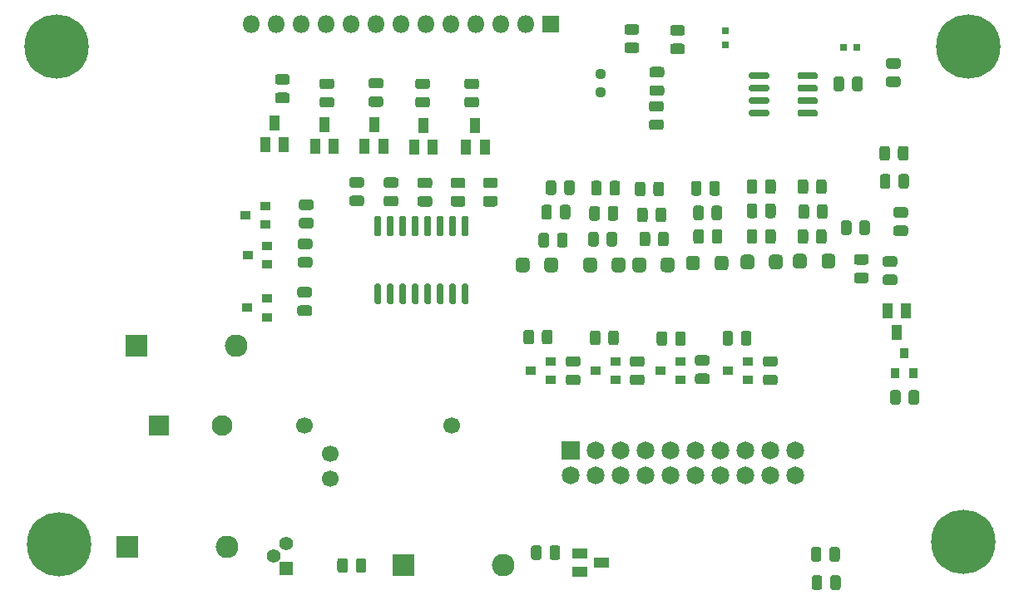
<source format=gbr>
G04 #@! TF.GenerationSoftware,KiCad,Pcbnew,(5.1.6-0-10_14)*
G04 #@! TF.CreationDate,2020-09-03T17:39:19-04:00*
G04 #@! TF.ProjectId,Pufferfish-Interface-2,50756666-6572-4666-9973-682d496e7465,rev?*
G04 #@! TF.SameCoordinates,Original*
G04 #@! TF.FileFunction,Soldermask,Top*
G04 #@! TF.FilePolarity,Negative*
%FSLAX46Y46*%
G04 Gerber Fmt 4.6, Leading zero omitted, Abs format (unit mm)*
G04 Created by KiCad (PCBNEW (5.1.6-0-10_14)) date 2020-09-03 17:39:19*
%MOMM*%
%LPD*%
G01*
G04 APERTURE LIST*
%ADD10R,0.900000X1.000000*%
%ADD11R,1.100000X1.500000*%
%ADD12C,6.553200*%
%ADD13O,1.800000X1.800000*%
%ADD14R,1.800000X1.800000*%
%ADD15O,2.300000X2.300000*%
%ADD16R,2.300000X2.300000*%
%ADD17R,2.100000X2.100000*%
%ADD18C,2.100000*%
%ADD19C,1.110000*%
%ADD20R,1.400000X1.400000*%
%ADD21C,1.400000*%
%ADD22R,0.700000X0.800000*%
%ADD23R,0.800000X0.700000*%
%ADD24C,1.825000*%
%ADD25R,1.825000X1.825000*%
%ADD26R,1.500000X1.100000*%
%ADD27R,1.000000X0.900000*%
%ADD28C,1.700000*%
G04 APERTURE END LIST*
G36*
G01*
X69962500Y-36981250D02*
X69962500Y-36018750D01*
G75*
G02*
X70231250Y-35750000I268750J0D01*
G01*
X70768750Y-35750000D01*
G75*
G02*
X71037500Y-36018750I0J-268750D01*
G01*
X71037500Y-36981250D01*
G75*
G02*
X70768750Y-37250000I-268750J0D01*
G01*
X70231250Y-37250000D01*
G75*
G02*
X69962500Y-36981250I0J268750D01*
G01*
G37*
G36*
G01*
X68087500Y-36981250D02*
X68087500Y-36018750D01*
G75*
G02*
X68356250Y-35750000I268750J0D01*
G01*
X68893750Y-35750000D01*
G75*
G02*
X69162500Y-36018750I0J-268750D01*
G01*
X69162500Y-36981250D01*
G75*
G02*
X68893750Y-37250000I-268750J0D01*
G01*
X68356250Y-37250000D01*
G75*
G02*
X68087500Y-36981250I0J268750D01*
G01*
G37*
D10*
X69500000Y-32000000D03*
X70450000Y-34000000D03*
X68550000Y-34000000D03*
D11*
X68750000Y-29850000D03*
X67800000Y-27650000D03*
X69700000Y-27650000D03*
D12*
X75500000Y-51250000D03*
X76000000Y-750000D03*
X-16500000Y-51500000D03*
X-16750000Y-750000D03*
D13*
X3020000Y1500000D03*
X5560000Y1500000D03*
X8100000Y1500000D03*
X10640000Y1500000D03*
X13180000Y1500000D03*
X15720000Y1500000D03*
X18260000Y1500000D03*
X20800000Y1500000D03*
X23340000Y1500000D03*
X25880000Y1500000D03*
X28420000Y1500000D03*
X30960000Y1500000D03*
D14*
X33500000Y1500000D03*
D15*
X645380Y-51745980D03*
D16*
X-9514620Y-51745980D03*
G36*
G01*
X36850000Y-23400000D02*
X36850000Y-22600000D01*
G75*
G02*
X37200000Y-22250000I350000J0D01*
G01*
X37900000Y-22250000D01*
G75*
G02*
X38250000Y-22600000I0J-350000D01*
G01*
X38250000Y-23400000D01*
G75*
G02*
X37900000Y-23750000I-350000J0D01*
G01*
X37200000Y-23750000D01*
G75*
G02*
X36850000Y-23400000I0J350000D01*
G01*
G37*
G36*
G01*
X39750000Y-23400000D02*
X39750000Y-22600000D01*
G75*
G02*
X40100000Y-22250000I350000J0D01*
G01*
X40800000Y-22250000D01*
G75*
G02*
X41150000Y-22600000I0J-350000D01*
G01*
X41150000Y-23400000D01*
G75*
G02*
X40800000Y-23750000I-350000J0D01*
G01*
X40100000Y-23750000D01*
G75*
G02*
X39750000Y-23400000I0J350000D01*
G01*
G37*
G36*
G01*
X39230000Y-20871250D02*
X39230000Y-19908750D01*
G75*
G02*
X39498750Y-19640000I268750J0D01*
G01*
X40036250Y-19640000D01*
G75*
G02*
X40305000Y-19908750I0J-268750D01*
G01*
X40305000Y-20871250D01*
G75*
G02*
X40036250Y-21140000I-268750J0D01*
G01*
X39498750Y-21140000D01*
G75*
G02*
X39230000Y-20871250I0J268750D01*
G01*
G37*
G36*
G01*
X37355000Y-20871250D02*
X37355000Y-19908750D01*
G75*
G02*
X37623750Y-19640000I268750J0D01*
G01*
X38161250Y-19640000D01*
G75*
G02*
X38430000Y-19908750I0J-268750D01*
G01*
X38430000Y-20871250D01*
G75*
G02*
X38161250Y-21140000I-268750J0D01*
G01*
X37623750Y-21140000D01*
G75*
G02*
X37355000Y-20871250I0J268750D01*
G01*
G37*
G36*
G01*
X38550000Y-17278750D02*
X38550000Y-18241250D01*
G75*
G02*
X38281250Y-18510000I-268750J0D01*
G01*
X37743750Y-18510000D01*
G75*
G02*
X37475000Y-18241250I0J268750D01*
G01*
X37475000Y-17278750D01*
G75*
G02*
X37743750Y-17010000I268750J0D01*
G01*
X38281250Y-17010000D01*
G75*
G02*
X38550000Y-17278750I0J-268750D01*
G01*
G37*
G36*
G01*
X40425000Y-17278750D02*
X40425000Y-18241250D01*
G75*
G02*
X40156250Y-18510000I-268750J0D01*
G01*
X39618750Y-18510000D01*
G75*
G02*
X39350000Y-18241250I0J268750D01*
G01*
X39350000Y-17278750D01*
G75*
G02*
X39618750Y-17010000I268750J0D01*
G01*
X40156250Y-17010000D01*
G75*
G02*
X40425000Y-17278750I0J-268750D01*
G01*
G37*
G36*
G01*
X39528700Y-15665370D02*
X39528700Y-14702870D01*
G75*
G02*
X39797450Y-14434120I268750J0D01*
G01*
X40334950Y-14434120D01*
G75*
G02*
X40603700Y-14702870I0J-268750D01*
G01*
X40603700Y-15665370D01*
G75*
G02*
X40334950Y-15934120I-268750J0D01*
G01*
X39797450Y-15934120D01*
G75*
G02*
X39528700Y-15665370I0J268750D01*
G01*
G37*
G36*
G01*
X37653700Y-15665370D02*
X37653700Y-14702870D01*
G75*
G02*
X37922450Y-14434120I268750J0D01*
G01*
X38459950Y-14434120D01*
G75*
G02*
X38728700Y-14702870I0J-268750D01*
G01*
X38728700Y-15665370D01*
G75*
G02*
X38459950Y-15934120I-268750J0D01*
G01*
X37922450Y-15934120D01*
G75*
G02*
X37653700Y-15665370I0J268750D01*
G01*
G37*
G36*
G01*
X16110960Y-20071780D02*
X15760960Y-20071780D01*
G75*
G02*
X15585960Y-19896780I0J175000D01*
G01*
X15585960Y-18171780D01*
G75*
G02*
X15760960Y-17996780I175000J0D01*
G01*
X16110960Y-17996780D01*
G75*
G02*
X16285960Y-18171780I0J-175000D01*
G01*
X16285960Y-19896780D01*
G75*
G02*
X16110960Y-20071780I-175000J0D01*
G01*
G37*
G36*
G01*
X17380960Y-20071780D02*
X17030960Y-20071780D01*
G75*
G02*
X16855960Y-19896780I0J175000D01*
G01*
X16855960Y-18171780D01*
G75*
G02*
X17030960Y-17996780I175000J0D01*
G01*
X17380960Y-17996780D01*
G75*
G02*
X17555960Y-18171780I0J-175000D01*
G01*
X17555960Y-19896780D01*
G75*
G02*
X17380960Y-20071780I-175000J0D01*
G01*
G37*
G36*
G01*
X18650960Y-20071780D02*
X18300960Y-20071780D01*
G75*
G02*
X18125960Y-19896780I0J175000D01*
G01*
X18125960Y-18171780D01*
G75*
G02*
X18300960Y-17996780I175000J0D01*
G01*
X18650960Y-17996780D01*
G75*
G02*
X18825960Y-18171780I0J-175000D01*
G01*
X18825960Y-19896780D01*
G75*
G02*
X18650960Y-20071780I-175000J0D01*
G01*
G37*
G36*
G01*
X19920960Y-20071780D02*
X19570960Y-20071780D01*
G75*
G02*
X19395960Y-19896780I0J175000D01*
G01*
X19395960Y-18171780D01*
G75*
G02*
X19570960Y-17996780I175000J0D01*
G01*
X19920960Y-17996780D01*
G75*
G02*
X20095960Y-18171780I0J-175000D01*
G01*
X20095960Y-19896780D01*
G75*
G02*
X19920960Y-20071780I-175000J0D01*
G01*
G37*
G36*
G01*
X21190960Y-20071780D02*
X20840960Y-20071780D01*
G75*
G02*
X20665960Y-19896780I0J175000D01*
G01*
X20665960Y-18171780D01*
G75*
G02*
X20840960Y-17996780I175000J0D01*
G01*
X21190960Y-17996780D01*
G75*
G02*
X21365960Y-18171780I0J-175000D01*
G01*
X21365960Y-19896780D01*
G75*
G02*
X21190960Y-20071780I-175000J0D01*
G01*
G37*
G36*
G01*
X22460960Y-20071780D02*
X22110960Y-20071780D01*
G75*
G02*
X21935960Y-19896780I0J175000D01*
G01*
X21935960Y-18171780D01*
G75*
G02*
X22110960Y-17996780I175000J0D01*
G01*
X22460960Y-17996780D01*
G75*
G02*
X22635960Y-18171780I0J-175000D01*
G01*
X22635960Y-19896780D01*
G75*
G02*
X22460960Y-20071780I-175000J0D01*
G01*
G37*
G36*
G01*
X23730960Y-20071780D02*
X23380960Y-20071780D01*
G75*
G02*
X23205960Y-19896780I0J175000D01*
G01*
X23205960Y-18171780D01*
G75*
G02*
X23380960Y-17996780I175000J0D01*
G01*
X23730960Y-17996780D01*
G75*
G02*
X23905960Y-18171780I0J-175000D01*
G01*
X23905960Y-19896780D01*
G75*
G02*
X23730960Y-20071780I-175000J0D01*
G01*
G37*
G36*
G01*
X25000960Y-20071780D02*
X24650960Y-20071780D01*
G75*
G02*
X24475960Y-19896780I0J175000D01*
G01*
X24475960Y-18171780D01*
G75*
G02*
X24650960Y-17996780I175000J0D01*
G01*
X25000960Y-17996780D01*
G75*
G02*
X25175960Y-18171780I0J-175000D01*
G01*
X25175960Y-19896780D01*
G75*
G02*
X25000960Y-20071780I-175000J0D01*
G01*
G37*
G36*
G01*
X25000960Y-26996780D02*
X24650960Y-26996780D01*
G75*
G02*
X24475960Y-26821780I0J175000D01*
G01*
X24475960Y-25096780D01*
G75*
G02*
X24650960Y-24921780I175000J0D01*
G01*
X25000960Y-24921780D01*
G75*
G02*
X25175960Y-25096780I0J-175000D01*
G01*
X25175960Y-26821780D01*
G75*
G02*
X25000960Y-26996780I-175000J0D01*
G01*
G37*
G36*
G01*
X23730960Y-26996780D02*
X23380960Y-26996780D01*
G75*
G02*
X23205960Y-26821780I0J175000D01*
G01*
X23205960Y-25096780D01*
G75*
G02*
X23380960Y-24921780I175000J0D01*
G01*
X23730960Y-24921780D01*
G75*
G02*
X23905960Y-25096780I0J-175000D01*
G01*
X23905960Y-26821780D01*
G75*
G02*
X23730960Y-26996780I-175000J0D01*
G01*
G37*
G36*
G01*
X22460960Y-26996780D02*
X22110960Y-26996780D01*
G75*
G02*
X21935960Y-26821780I0J175000D01*
G01*
X21935960Y-25096780D01*
G75*
G02*
X22110960Y-24921780I175000J0D01*
G01*
X22460960Y-24921780D01*
G75*
G02*
X22635960Y-25096780I0J-175000D01*
G01*
X22635960Y-26821780D01*
G75*
G02*
X22460960Y-26996780I-175000J0D01*
G01*
G37*
G36*
G01*
X21190960Y-26996780D02*
X20840960Y-26996780D01*
G75*
G02*
X20665960Y-26821780I0J175000D01*
G01*
X20665960Y-25096780D01*
G75*
G02*
X20840960Y-24921780I175000J0D01*
G01*
X21190960Y-24921780D01*
G75*
G02*
X21365960Y-25096780I0J-175000D01*
G01*
X21365960Y-26821780D01*
G75*
G02*
X21190960Y-26996780I-175000J0D01*
G01*
G37*
G36*
G01*
X19920960Y-26996780D02*
X19570960Y-26996780D01*
G75*
G02*
X19395960Y-26821780I0J175000D01*
G01*
X19395960Y-25096780D01*
G75*
G02*
X19570960Y-24921780I175000J0D01*
G01*
X19920960Y-24921780D01*
G75*
G02*
X20095960Y-25096780I0J-175000D01*
G01*
X20095960Y-26821780D01*
G75*
G02*
X19920960Y-26996780I-175000J0D01*
G01*
G37*
G36*
G01*
X18650960Y-26996780D02*
X18300960Y-26996780D01*
G75*
G02*
X18125960Y-26821780I0J175000D01*
G01*
X18125960Y-25096780D01*
G75*
G02*
X18300960Y-24921780I175000J0D01*
G01*
X18650960Y-24921780D01*
G75*
G02*
X18825960Y-25096780I0J-175000D01*
G01*
X18825960Y-26821780D01*
G75*
G02*
X18650960Y-26996780I-175000J0D01*
G01*
G37*
G36*
G01*
X17380960Y-26996780D02*
X17030960Y-26996780D01*
G75*
G02*
X16855960Y-26821780I0J175000D01*
G01*
X16855960Y-25096780D01*
G75*
G02*
X17030960Y-24921780I175000J0D01*
G01*
X17380960Y-24921780D01*
G75*
G02*
X17555960Y-25096780I0J-175000D01*
G01*
X17555960Y-26821780D01*
G75*
G02*
X17380960Y-26996780I-175000J0D01*
G01*
G37*
G36*
G01*
X16110960Y-26996780D02*
X15760960Y-26996780D01*
G75*
G02*
X15585960Y-26821780I0J175000D01*
G01*
X15585960Y-25096780D01*
G75*
G02*
X15760960Y-24921780I175000J0D01*
G01*
X16110960Y-24921780D01*
G75*
G02*
X16285960Y-25096780I0J-175000D01*
G01*
X16285960Y-26821780D01*
G75*
G02*
X16110960Y-26996780I-175000J0D01*
G01*
G37*
G36*
G01*
X33660000Y-17148750D02*
X33660000Y-18111250D01*
G75*
G02*
X33391250Y-18380000I-268750J0D01*
G01*
X32853750Y-18380000D01*
G75*
G02*
X32585000Y-18111250I0J268750D01*
G01*
X32585000Y-17148750D01*
G75*
G02*
X32853750Y-16880000I268750J0D01*
G01*
X33391250Y-16880000D01*
G75*
G02*
X33660000Y-17148750I0J-268750D01*
G01*
G37*
G36*
G01*
X35535000Y-17148750D02*
X35535000Y-18111250D01*
G75*
G02*
X35266250Y-18380000I-268750J0D01*
G01*
X34728750Y-18380000D01*
G75*
G02*
X34460000Y-18111250I0J268750D01*
G01*
X34460000Y-17148750D01*
G75*
G02*
X34728750Y-16880000I268750J0D01*
G01*
X35266250Y-16880000D01*
G75*
G02*
X35535000Y-17148750I0J-268750D01*
G01*
G37*
G36*
G01*
X34907500Y-15621250D02*
X34907500Y-14658750D01*
G75*
G02*
X35176250Y-14390000I268750J0D01*
G01*
X35713750Y-14390000D01*
G75*
G02*
X35982500Y-14658750I0J-268750D01*
G01*
X35982500Y-15621250D01*
G75*
G02*
X35713750Y-15890000I-268750J0D01*
G01*
X35176250Y-15890000D01*
G75*
G02*
X34907500Y-15621250I0J268750D01*
G01*
G37*
G36*
G01*
X33032500Y-15621250D02*
X33032500Y-14658750D01*
G75*
G02*
X33301250Y-14390000I268750J0D01*
G01*
X33838750Y-14390000D01*
G75*
G02*
X34107500Y-14658750I0J-268750D01*
G01*
X34107500Y-15621250D01*
G75*
G02*
X33838750Y-15890000I-268750J0D01*
G01*
X33301250Y-15890000D01*
G75*
G02*
X33032500Y-15621250I0J268750D01*
G01*
G37*
G36*
G01*
X67598750Y-23990000D02*
X68561250Y-23990000D01*
G75*
G02*
X68830000Y-24258750I0J-268750D01*
G01*
X68830000Y-24796250D01*
G75*
G02*
X68561250Y-25065000I-268750J0D01*
G01*
X67598750Y-25065000D01*
G75*
G02*
X67330000Y-24796250I0J268750D01*
G01*
X67330000Y-24258750D01*
G75*
G02*
X67598750Y-23990000I268750J0D01*
G01*
G37*
G36*
G01*
X67598750Y-22115000D02*
X68561250Y-22115000D01*
G75*
G02*
X68830000Y-22383750I0J-268750D01*
G01*
X68830000Y-22921250D01*
G75*
G02*
X68561250Y-23190000I-268750J0D01*
G01*
X67598750Y-23190000D01*
G75*
G02*
X67330000Y-22921250I0J268750D01*
G01*
X67330000Y-22383750D01*
G75*
G02*
X67598750Y-22115000I268750J0D01*
G01*
G37*
G36*
G01*
X5749370Y-5454360D02*
X6711870Y-5454360D01*
G75*
G02*
X6980620Y-5723110I0J-268750D01*
G01*
X6980620Y-6260610D01*
G75*
G02*
X6711870Y-6529360I-268750J0D01*
G01*
X5749370Y-6529360D01*
G75*
G02*
X5480620Y-6260610I0J268750D01*
G01*
X5480620Y-5723110D01*
G75*
G02*
X5749370Y-5454360I268750J0D01*
G01*
G37*
G36*
G01*
X5749370Y-3579360D02*
X6711870Y-3579360D01*
G75*
G02*
X6980620Y-3848110I0J-268750D01*
G01*
X6980620Y-4385610D01*
G75*
G02*
X6711870Y-4654360I-268750J0D01*
G01*
X5749370Y-4654360D01*
G75*
G02*
X5480620Y-4385610I0J268750D01*
G01*
X5480620Y-3848110D01*
G75*
G02*
X5749370Y-3579360I268750J0D01*
G01*
G37*
G36*
G01*
X29990000Y-23420000D02*
X29990000Y-22620000D01*
G75*
G02*
X30340000Y-22270000I350000J0D01*
G01*
X31040000Y-22270000D01*
G75*
G02*
X31390000Y-22620000I0J-350000D01*
G01*
X31390000Y-23420000D01*
G75*
G02*
X31040000Y-23770000I-350000J0D01*
G01*
X30340000Y-23770000D01*
G75*
G02*
X29990000Y-23420000I0J350000D01*
G01*
G37*
G36*
G01*
X32890000Y-23420000D02*
X32890000Y-22620000D01*
G75*
G02*
X33240000Y-22270000I350000J0D01*
G01*
X33940000Y-22270000D01*
G75*
G02*
X34290000Y-22620000I0J-350000D01*
G01*
X34290000Y-23420000D01*
G75*
G02*
X33940000Y-23770000I-350000J0D01*
G01*
X33240000Y-23770000D01*
G75*
G02*
X32890000Y-23420000I0J350000D01*
G01*
G37*
G36*
G01*
X34185480Y-20982750D02*
X34185480Y-20020250D01*
G75*
G02*
X34454230Y-19751500I268750J0D01*
G01*
X34991730Y-19751500D01*
G75*
G02*
X35260480Y-20020250I0J-268750D01*
G01*
X35260480Y-20982750D01*
G75*
G02*
X34991730Y-21251500I-268750J0D01*
G01*
X34454230Y-21251500D01*
G75*
G02*
X34185480Y-20982750I0J268750D01*
G01*
G37*
G36*
G01*
X32310480Y-20982750D02*
X32310480Y-20020250D01*
G75*
G02*
X32579230Y-19751500I268750J0D01*
G01*
X33116730Y-19751500D01*
G75*
G02*
X33385480Y-20020250I0J-268750D01*
G01*
X33385480Y-20982750D01*
G75*
G02*
X33116730Y-21251500I-268750J0D01*
G01*
X32579230Y-21251500D01*
G75*
G02*
X32310480Y-20982750I0J268750D01*
G01*
G37*
D17*
X-6370000Y-39370000D03*
D18*
X130000Y-39370000D03*
D19*
X38650000Y-3550000D03*
X38650000Y-5450000D03*
G36*
G01*
X58670000Y-3910000D02*
X58670000Y-3560000D01*
G75*
G02*
X58845000Y-3385000I175000J0D01*
G01*
X60545000Y-3385000D01*
G75*
G02*
X60720000Y-3560000I0J-175000D01*
G01*
X60720000Y-3910000D01*
G75*
G02*
X60545000Y-4085000I-175000J0D01*
G01*
X58845000Y-4085000D01*
G75*
G02*
X58670000Y-3910000I0J175000D01*
G01*
G37*
G36*
G01*
X58670000Y-5180000D02*
X58670000Y-4830000D01*
G75*
G02*
X58845000Y-4655000I175000J0D01*
G01*
X60545000Y-4655000D01*
G75*
G02*
X60720000Y-4830000I0J-175000D01*
G01*
X60720000Y-5180000D01*
G75*
G02*
X60545000Y-5355000I-175000J0D01*
G01*
X58845000Y-5355000D01*
G75*
G02*
X58670000Y-5180000I0J175000D01*
G01*
G37*
G36*
G01*
X58670000Y-6450000D02*
X58670000Y-6100000D01*
G75*
G02*
X58845000Y-5925000I175000J0D01*
G01*
X60545000Y-5925000D01*
G75*
G02*
X60720000Y-6100000I0J-175000D01*
G01*
X60720000Y-6450000D01*
G75*
G02*
X60545000Y-6625000I-175000J0D01*
G01*
X58845000Y-6625000D01*
G75*
G02*
X58670000Y-6450000I0J175000D01*
G01*
G37*
G36*
G01*
X58670000Y-7720000D02*
X58670000Y-7370000D01*
G75*
G02*
X58845000Y-7195000I175000J0D01*
G01*
X60545000Y-7195000D01*
G75*
G02*
X60720000Y-7370000I0J-175000D01*
G01*
X60720000Y-7720000D01*
G75*
G02*
X60545000Y-7895000I-175000J0D01*
G01*
X58845000Y-7895000D01*
G75*
G02*
X58670000Y-7720000I0J175000D01*
G01*
G37*
G36*
G01*
X53720000Y-7720000D02*
X53720000Y-7370000D01*
G75*
G02*
X53895000Y-7195000I175000J0D01*
G01*
X55595000Y-7195000D01*
G75*
G02*
X55770000Y-7370000I0J-175000D01*
G01*
X55770000Y-7720000D01*
G75*
G02*
X55595000Y-7895000I-175000J0D01*
G01*
X53895000Y-7895000D01*
G75*
G02*
X53720000Y-7720000I0J175000D01*
G01*
G37*
G36*
G01*
X53720000Y-6450000D02*
X53720000Y-6100000D01*
G75*
G02*
X53895000Y-5925000I175000J0D01*
G01*
X55595000Y-5925000D01*
G75*
G02*
X55770000Y-6100000I0J-175000D01*
G01*
X55770000Y-6450000D01*
G75*
G02*
X55595000Y-6625000I-175000J0D01*
G01*
X53895000Y-6625000D01*
G75*
G02*
X53720000Y-6450000I0J175000D01*
G01*
G37*
G36*
G01*
X53720000Y-5180000D02*
X53720000Y-4830000D01*
G75*
G02*
X53895000Y-4655000I175000J0D01*
G01*
X55595000Y-4655000D01*
G75*
G02*
X55770000Y-4830000I0J-175000D01*
G01*
X55770000Y-5180000D01*
G75*
G02*
X55595000Y-5355000I-175000J0D01*
G01*
X53895000Y-5355000D01*
G75*
G02*
X53720000Y-5180000I0J175000D01*
G01*
G37*
G36*
G01*
X53720000Y-3910000D02*
X53720000Y-3560000D01*
G75*
G02*
X53895000Y-3385000I175000J0D01*
G01*
X55595000Y-3385000D01*
G75*
G02*
X55770000Y-3560000I0J-175000D01*
G01*
X55770000Y-3910000D01*
G75*
G02*
X55595000Y-4085000I-175000J0D01*
G01*
X53895000Y-4085000D01*
G75*
G02*
X53720000Y-3910000I0J175000D01*
G01*
G37*
G36*
G01*
X13692500Y-54111250D02*
X13692500Y-53148750D01*
G75*
G02*
X13961250Y-52880000I268750J0D01*
G01*
X14498750Y-52880000D01*
G75*
G02*
X14767500Y-53148750I0J-268750D01*
G01*
X14767500Y-54111250D01*
G75*
G02*
X14498750Y-54380000I-268750J0D01*
G01*
X13961250Y-54380000D01*
G75*
G02*
X13692500Y-54111250I0J268750D01*
G01*
G37*
G36*
G01*
X11817500Y-54111250D02*
X11817500Y-53148750D01*
G75*
G02*
X12086250Y-52880000I268750J0D01*
G01*
X12623750Y-52880000D01*
G75*
G02*
X12892500Y-53148750I0J-268750D01*
G01*
X12892500Y-54111250D01*
G75*
G02*
X12623750Y-54380000I-268750J0D01*
G01*
X12086250Y-54380000D01*
G75*
G02*
X11817500Y-54111250I0J268750D01*
G01*
G37*
G36*
G01*
X8190310Y-18210720D02*
X9152810Y-18210720D01*
G75*
G02*
X9421560Y-18479470I0J-268750D01*
G01*
X9421560Y-19016970D01*
G75*
G02*
X9152810Y-19285720I-268750J0D01*
G01*
X8190310Y-19285720D01*
G75*
G02*
X7921560Y-19016970I0J268750D01*
G01*
X7921560Y-18479470D01*
G75*
G02*
X8190310Y-18210720I268750J0D01*
G01*
G37*
G36*
G01*
X8190310Y-16335720D02*
X9152810Y-16335720D01*
G75*
G02*
X9421560Y-16604470I0J-268750D01*
G01*
X9421560Y-17141970D01*
G75*
G02*
X9152810Y-17410720I-268750J0D01*
G01*
X8190310Y-17410720D01*
G75*
G02*
X7921560Y-17141970I0J268750D01*
G01*
X7921560Y-16604470D01*
G75*
G02*
X8190310Y-16335720I268750J0D01*
G01*
G37*
G36*
G01*
X16813610Y-15970200D02*
X17776110Y-15970200D01*
G75*
G02*
X18044860Y-16238950I0J-268750D01*
G01*
X18044860Y-16776450D01*
G75*
G02*
X17776110Y-17045200I-268750J0D01*
G01*
X16813610Y-17045200D01*
G75*
G02*
X16544860Y-16776450I0J268750D01*
G01*
X16544860Y-16238950D01*
G75*
G02*
X16813610Y-15970200I268750J0D01*
G01*
G37*
G36*
G01*
X16813610Y-14095200D02*
X17776110Y-14095200D01*
G75*
G02*
X18044860Y-14363950I0J-268750D01*
G01*
X18044860Y-14901450D01*
G75*
G02*
X17776110Y-15170200I-268750J0D01*
G01*
X16813610Y-15170200D01*
G75*
G02*
X16544860Y-14901450I0J268750D01*
G01*
X16544860Y-14363950D01*
G75*
G02*
X16813610Y-14095200I268750J0D01*
G01*
G37*
G36*
G01*
X8058230Y-22208440D02*
X9020730Y-22208440D01*
G75*
G02*
X9289480Y-22477190I0J-268750D01*
G01*
X9289480Y-23014690D01*
G75*
G02*
X9020730Y-23283440I-268750J0D01*
G01*
X8058230Y-23283440D01*
G75*
G02*
X7789480Y-23014690I0J268750D01*
G01*
X7789480Y-22477190D01*
G75*
G02*
X8058230Y-22208440I268750J0D01*
G01*
G37*
G36*
G01*
X8058230Y-20333440D02*
X9020730Y-20333440D01*
G75*
G02*
X9289480Y-20602190I0J-268750D01*
G01*
X9289480Y-21139690D01*
G75*
G02*
X9020730Y-21408440I-268750J0D01*
G01*
X8058230Y-21408440D01*
G75*
G02*
X7789480Y-21139690I0J268750D01*
G01*
X7789480Y-20602190D01*
G75*
G02*
X8058230Y-20333440I268750J0D01*
G01*
G37*
G36*
G01*
X23623350Y-15995600D02*
X24585850Y-15995600D01*
G75*
G02*
X24854600Y-16264350I0J-268750D01*
G01*
X24854600Y-16801850D01*
G75*
G02*
X24585850Y-17070600I-268750J0D01*
G01*
X23623350Y-17070600D01*
G75*
G02*
X23354600Y-16801850I0J268750D01*
G01*
X23354600Y-16264350D01*
G75*
G02*
X23623350Y-15995600I268750J0D01*
G01*
G37*
G36*
G01*
X23623350Y-14120600D02*
X24585850Y-14120600D01*
G75*
G02*
X24854600Y-14389350I0J-268750D01*
G01*
X24854600Y-14926850D01*
G75*
G02*
X24585850Y-15195600I-268750J0D01*
G01*
X23623350Y-15195600D01*
G75*
G02*
X23354600Y-14926850I0J268750D01*
G01*
X23354600Y-14389350D01*
G75*
G02*
X23623350Y-14120600I268750J0D01*
G01*
G37*
G36*
G01*
X61977500Y-55861250D02*
X61977500Y-54898750D01*
G75*
G02*
X62246250Y-54630000I268750J0D01*
G01*
X62783750Y-54630000D01*
G75*
G02*
X63052500Y-54898750I0J-268750D01*
G01*
X63052500Y-55861250D01*
G75*
G02*
X62783750Y-56130000I-268750J0D01*
G01*
X62246250Y-56130000D01*
G75*
G02*
X61977500Y-55861250I0J268750D01*
G01*
G37*
G36*
G01*
X60102500Y-55861250D02*
X60102500Y-54898750D01*
G75*
G02*
X60371250Y-54630000I268750J0D01*
G01*
X60908750Y-54630000D01*
G75*
G02*
X61177500Y-54898750I0J-268750D01*
G01*
X61177500Y-55861250D01*
G75*
G02*
X60908750Y-56130000I-268750J0D01*
G01*
X60371250Y-56130000D01*
G75*
G02*
X60102500Y-55861250I0J268750D01*
G01*
G37*
G36*
G01*
X61097500Y-52018750D02*
X61097500Y-52981250D01*
G75*
G02*
X60828750Y-53250000I-268750J0D01*
G01*
X60291250Y-53250000D01*
G75*
G02*
X60022500Y-52981250I0J268750D01*
G01*
X60022500Y-52018750D01*
G75*
G02*
X60291250Y-51750000I268750J0D01*
G01*
X60828750Y-51750000D01*
G75*
G02*
X61097500Y-52018750I0J-268750D01*
G01*
G37*
G36*
G01*
X62972500Y-52018750D02*
X62972500Y-52981250D01*
G75*
G02*
X62703750Y-53250000I-268750J0D01*
G01*
X62166250Y-53250000D01*
G75*
G02*
X61897500Y-52981250I0J268750D01*
G01*
X61897500Y-52018750D01*
G75*
G02*
X62166250Y-51750000I268750J0D01*
G01*
X62703750Y-51750000D01*
G75*
G02*
X62972500Y-52018750I0J-268750D01*
G01*
G37*
G36*
G01*
X68678750Y-19000000D02*
X69641250Y-19000000D01*
G75*
G02*
X69910000Y-19268750I0J-268750D01*
G01*
X69910000Y-19806250D01*
G75*
G02*
X69641250Y-20075000I-268750J0D01*
G01*
X68678750Y-20075000D01*
G75*
G02*
X68410000Y-19806250I0J268750D01*
G01*
X68410000Y-19268750D01*
G75*
G02*
X68678750Y-19000000I268750J0D01*
G01*
G37*
G36*
G01*
X68678750Y-17125000D02*
X69641250Y-17125000D01*
G75*
G02*
X69910000Y-17393750I0J-268750D01*
G01*
X69910000Y-17931250D01*
G75*
G02*
X69641250Y-18200000I-268750J0D01*
G01*
X68678750Y-18200000D01*
G75*
G02*
X68410000Y-17931250I0J268750D01*
G01*
X68410000Y-17393750D01*
G75*
G02*
X68678750Y-17125000I268750J0D01*
G01*
G37*
G36*
G01*
X68882500Y-12121250D02*
X68882500Y-11158750D01*
G75*
G02*
X69151250Y-10890000I268750J0D01*
G01*
X69688750Y-10890000D01*
G75*
G02*
X69957500Y-11158750I0J-268750D01*
G01*
X69957500Y-12121250D01*
G75*
G02*
X69688750Y-12390000I-268750J0D01*
G01*
X69151250Y-12390000D01*
G75*
G02*
X68882500Y-12121250I0J268750D01*
G01*
G37*
G36*
G01*
X67007500Y-12121250D02*
X67007500Y-11158750D01*
G75*
G02*
X67276250Y-10890000I268750J0D01*
G01*
X67813750Y-10890000D01*
G75*
G02*
X68082500Y-11158750I0J-268750D01*
G01*
X68082500Y-12121250D01*
G75*
G02*
X67813750Y-12390000I-268750J0D01*
G01*
X67276250Y-12390000D01*
G75*
G02*
X67007500Y-12121250I0J268750D01*
G01*
G37*
G36*
G01*
X64150000Y-18738750D02*
X64150000Y-19701250D01*
G75*
G02*
X63881250Y-19970000I-268750J0D01*
G01*
X63343750Y-19970000D01*
G75*
G02*
X63075000Y-19701250I0J268750D01*
G01*
X63075000Y-18738750D01*
G75*
G02*
X63343750Y-18470000I268750J0D01*
G01*
X63881250Y-18470000D01*
G75*
G02*
X64150000Y-18738750I0J-268750D01*
G01*
G37*
G36*
G01*
X66025000Y-18738750D02*
X66025000Y-19701250D01*
G75*
G02*
X65756250Y-19970000I-268750J0D01*
G01*
X65218750Y-19970000D01*
G75*
G02*
X64950000Y-19701250I0J268750D01*
G01*
X64950000Y-18738750D01*
G75*
G02*
X65218750Y-18470000I268750J0D01*
G01*
X65756250Y-18470000D01*
G75*
G02*
X66025000Y-18738750I0J-268750D01*
G01*
G37*
G36*
G01*
X65641250Y-22990000D02*
X64678750Y-22990000D01*
G75*
G02*
X64410000Y-22721250I0J268750D01*
G01*
X64410000Y-22183750D01*
G75*
G02*
X64678750Y-21915000I268750J0D01*
G01*
X65641250Y-21915000D01*
G75*
G02*
X65910000Y-22183750I0J-268750D01*
G01*
X65910000Y-22721250D01*
G75*
G02*
X65641250Y-22990000I-268750J0D01*
G01*
G37*
G36*
G01*
X65641250Y-24865000D02*
X64678750Y-24865000D01*
G75*
G02*
X64410000Y-24596250I0J268750D01*
G01*
X64410000Y-24058750D01*
G75*
G02*
X64678750Y-23790000I268750J0D01*
G01*
X65641250Y-23790000D01*
G75*
G02*
X65910000Y-24058750I0J-268750D01*
G01*
X65910000Y-24596250D01*
G75*
G02*
X65641250Y-24865000I-268750J0D01*
G01*
G37*
G36*
G01*
X46921250Y340000D02*
X45958750Y340000D01*
G75*
G02*
X45690000Y608750I0J268750D01*
G01*
X45690000Y1146250D01*
G75*
G02*
X45958750Y1415000I268750J0D01*
G01*
X46921250Y1415000D01*
G75*
G02*
X47190000Y1146250I0J-268750D01*
G01*
X47190000Y608750D01*
G75*
G02*
X46921250Y340000I-268750J0D01*
G01*
G37*
G36*
G01*
X46921250Y-1535000D02*
X45958750Y-1535000D01*
G75*
G02*
X45690000Y-1266250I0J268750D01*
G01*
X45690000Y-728750D01*
G75*
G02*
X45958750Y-460000I268750J0D01*
G01*
X46921250Y-460000D01*
G75*
G02*
X47190000Y-728750I0J-268750D01*
G01*
X47190000Y-1266250D01*
G75*
G02*
X46921250Y-1535000I-268750J0D01*
G01*
G37*
G36*
G01*
X44832430Y-3910000D02*
X43869930Y-3910000D01*
G75*
G02*
X43601180Y-3641250I0J268750D01*
G01*
X43601180Y-3103750D01*
G75*
G02*
X43869930Y-2835000I268750J0D01*
G01*
X44832430Y-2835000D01*
G75*
G02*
X45101180Y-3103750I0J-268750D01*
G01*
X45101180Y-3641250D01*
G75*
G02*
X44832430Y-3910000I-268750J0D01*
G01*
G37*
G36*
G01*
X44832430Y-5785000D02*
X43869930Y-5785000D01*
G75*
G02*
X43601180Y-5516250I0J268750D01*
G01*
X43601180Y-4978750D01*
G75*
G02*
X43869930Y-4710000I268750J0D01*
G01*
X44832430Y-4710000D01*
G75*
G02*
X45101180Y-4978750I0J-268750D01*
G01*
X45101180Y-5516250D01*
G75*
G02*
X44832430Y-5785000I-268750J0D01*
G01*
G37*
G36*
G01*
X64210000Y-5051250D02*
X64210000Y-4088750D01*
G75*
G02*
X64478750Y-3820000I268750J0D01*
G01*
X65016250Y-3820000D01*
G75*
G02*
X65285000Y-4088750I0J-268750D01*
G01*
X65285000Y-5051250D01*
G75*
G02*
X65016250Y-5320000I-268750J0D01*
G01*
X64478750Y-5320000D01*
G75*
G02*
X64210000Y-5051250I0J268750D01*
G01*
G37*
G36*
G01*
X62335000Y-5051250D02*
X62335000Y-4088750D01*
G75*
G02*
X62603750Y-3820000I268750J0D01*
G01*
X63141250Y-3820000D01*
G75*
G02*
X63410000Y-4088750I0J-268750D01*
G01*
X63410000Y-5051250D01*
G75*
G02*
X63141250Y-5320000I-268750J0D01*
G01*
X62603750Y-5320000D01*
G75*
G02*
X62335000Y-5051250I0J268750D01*
G01*
G37*
G36*
G01*
X13323650Y-15942260D02*
X14286150Y-15942260D01*
G75*
G02*
X14554900Y-16211010I0J-268750D01*
G01*
X14554900Y-16748510D01*
G75*
G02*
X14286150Y-17017260I-268750J0D01*
G01*
X13323650Y-17017260D01*
G75*
G02*
X13054900Y-16748510I0J268750D01*
G01*
X13054900Y-16211010D01*
G75*
G02*
X13323650Y-15942260I268750J0D01*
G01*
G37*
G36*
G01*
X13323650Y-14067260D02*
X14286150Y-14067260D01*
G75*
G02*
X14554900Y-14336010I0J-268750D01*
G01*
X14554900Y-14873510D01*
G75*
G02*
X14286150Y-15142260I-268750J0D01*
G01*
X13323650Y-15142260D01*
G75*
G02*
X13054900Y-14873510I0J268750D01*
G01*
X13054900Y-14336010D01*
G75*
G02*
X13323650Y-14067260I268750J0D01*
G01*
G37*
G36*
G01*
X8020130Y-27133260D02*
X8982630Y-27133260D01*
G75*
G02*
X9251380Y-27402010I0J-268750D01*
G01*
X9251380Y-27939510D01*
G75*
G02*
X8982630Y-28208260I-268750J0D01*
G01*
X8020130Y-28208260D01*
G75*
G02*
X7751380Y-27939510I0J268750D01*
G01*
X7751380Y-27402010D01*
G75*
G02*
X8020130Y-27133260I268750J0D01*
G01*
G37*
G36*
G01*
X8020130Y-25258260D02*
X8982630Y-25258260D01*
G75*
G02*
X9251380Y-25527010I0J-268750D01*
G01*
X9251380Y-26064510D01*
G75*
G02*
X8982630Y-26333260I-268750J0D01*
G01*
X8020130Y-26333260D01*
G75*
G02*
X7751380Y-26064510I0J268750D01*
G01*
X7751380Y-25527010D01*
G75*
G02*
X8020130Y-25258260I268750J0D01*
G01*
G37*
G36*
G01*
X20245150Y-15995600D02*
X21207650Y-15995600D01*
G75*
G02*
X21476400Y-16264350I0J-268750D01*
G01*
X21476400Y-16801850D01*
G75*
G02*
X21207650Y-17070600I-268750J0D01*
G01*
X20245150Y-17070600D01*
G75*
G02*
X19976400Y-16801850I0J268750D01*
G01*
X19976400Y-16264350D01*
G75*
G02*
X20245150Y-15995600I268750J0D01*
G01*
G37*
G36*
G01*
X20245150Y-14120600D02*
X21207650Y-14120600D01*
G75*
G02*
X21476400Y-14389350I0J-268750D01*
G01*
X21476400Y-14926850D01*
G75*
G02*
X21207650Y-15195600I-268750J0D01*
G01*
X20245150Y-15195600D01*
G75*
G02*
X19976400Y-14926850I0J268750D01*
G01*
X19976400Y-14389350D01*
G75*
G02*
X20245150Y-14120600I268750J0D01*
G01*
G37*
G36*
G01*
X26917730Y-15995600D02*
X27880230Y-15995600D01*
G75*
G02*
X28148980Y-16264350I0J-268750D01*
G01*
X28148980Y-16801850D01*
G75*
G02*
X27880230Y-17070600I-268750J0D01*
G01*
X26917730Y-17070600D01*
G75*
G02*
X26648980Y-16801850I0J268750D01*
G01*
X26648980Y-16264350D01*
G75*
G02*
X26917730Y-15995600I268750J0D01*
G01*
G37*
G36*
G01*
X26917730Y-14120600D02*
X27880230Y-14120600D01*
G75*
G02*
X28148980Y-14389350I0J-268750D01*
G01*
X28148980Y-14926850D01*
G75*
G02*
X27880230Y-15195600I-268750J0D01*
G01*
X26917730Y-15195600D01*
G75*
G02*
X26648980Y-14926850I0J268750D01*
G01*
X26648980Y-14389350D01*
G75*
G02*
X26917730Y-14120600I268750J0D01*
G01*
G37*
D11*
X5420360Y-8524060D03*
X6370360Y-10724060D03*
X4470360Y-10724060D03*
X10492740Y-8694240D03*
X11442740Y-10894240D03*
X9542740Y-10894240D03*
X20594320Y-8808540D03*
X21544320Y-11008540D03*
X19644320Y-11008540D03*
X15562580Y-8734880D03*
X16512580Y-10934880D03*
X14612580Y-10934880D03*
X25859740Y-8831400D03*
X26809740Y-11031400D03*
X24909740Y-11031400D03*
D20*
X6630000Y-53920000D03*
D21*
X6630000Y-51380000D03*
X5360000Y-52650000D03*
D22*
X64720000Y-860000D03*
X63320000Y-860000D03*
D23*
X51350000Y810000D03*
X51350000Y-590000D03*
D24*
X58453500Y-44409840D03*
X58453500Y-41869840D03*
X55913500Y-44409840D03*
X55913500Y-41869840D03*
X48293500Y-41869840D03*
X48293500Y-44409840D03*
X50833500Y-41869840D03*
X50833500Y-44409840D03*
X53373500Y-41869840D03*
X53373500Y-44409840D03*
X40673500Y-41869840D03*
X35593500Y-44409840D03*
X38133500Y-41869840D03*
X40673500Y-44409840D03*
D25*
X35593500Y-41869840D03*
D24*
X43213500Y-41869840D03*
X43213500Y-44409840D03*
X45753500Y-41869840D03*
X45753500Y-44409840D03*
X38133500Y-44409840D03*
G36*
G01*
X67938750Y-3820000D02*
X68901250Y-3820000D01*
G75*
G02*
X69170000Y-4088750I0J-268750D01*
G01*
X69170000Y-4626250D01*
G75*
G02*
X68901250Y-4895000I-268750J0D01*
G01*
X67938750Y-4895000D01*
G75*
G02*
X67670000Y-4626250I0J268750D01*
G01*
X67670000Y-4088750D01*
G75*
G02*
X67938750Y-3820000I268750J0D01*
G01*
G37*
G36*
G01*
X67938750Y-1945000D02*
X68901250Y-1945000D01*
G75*
G02*
X69170000Y-2213750I0J-268750D01*
G01*
X69170000Y-2751250D01*
G75*
G02*
X68901250Y-3020000I-268750J0D01*
G01*
X67938750Y-3020000D01*
G75*
G02*
X67670000Y-2751250I0J268750D01*
G01*
X67670000Y-2213750D01*
G75*
G02*
X67938750Y-1945000I268750J0D01*
G01*
G37*
G36*
G01*
X68122500Y-14018750D02*
X68122500Y-14981250D01*
G75*
G02*
X67853750Y-15250000I-268750J0D01*
G01*
X67316250Y-15250000D01*
G75*
G02*
X67047500Y-14981250I0J268750D01*
G01*
X67047500Y-14018750D01*
G75*
G02*
X67316250Y-13750000I268750J0D01*
G01*
X67853750Y-13750000D01*
G75*
G02*
X68122500Y-14018750I0J-268750D01*
G01*
G37*
G36*
G01*
X69997500Y-14018750D02*
X69997500Y-14981250D01*
G75*
G02*
X69728750Y-15250000I-268750J0D01*
G01*
X69191250Y-15250000D01*
G75*
G02*
X68922500Y-14981250I0J268750D01*
G01*
X68922500Y-14018750D01*
G75*
G02*
X69191250Y-13750000I268750J0D01*
G01*
X69728750Y-13750000D01*
G75*
G02*
X69997500Y-14018750I0J-268750D01*
G01*
G37*
G36*
G01*
X42271250Y450000D02*
X41308750Y450000D01*
G75*
G02*
X41040000Y718750I0J268750D01*
G01*
X41040000Y1256250D01*
G75*
G02*
X41308750Y1525000I268750J0D01*
G01*
X42271250Y1525000D01*
G75*
G02*
X42540000Y1256250I0J-268750D01*
G01*
X42540000Y718750D01*
G75*
G02*
X42271250Y450000I-268750J0D01*
G01*
G37*
G36*
G01*
X42271250Y-1425000D02*
X41308750Y-1425000D01*
G75*
G02*
X41040000Y-1156250I0J268750D01*
G01*
X41040000Y-618750D01*
G75*
G02*
X41308750Y-350000I268750J0D01*
G01*
X42271250Y-350000D01*
G75*
G02*
X42540000Y-618750I0J-268750D01*
G01*
X42540000Y-1156250D01*
G75*
G02*
X42271250Y-1425000I-268750J0D01*
G01*
G37*
G36*
G01*
X43816590Y-8189800D02*
X44779090Y-8189800D01*
G75*
G02*
X45047840Y-8458550I0J-268750D01*
G01*
X45047840Y-8996050D01*
G75*
G02*
X44779090Y-9264800I-268750J0D01*
G01*
X43816590Y-9264800D01*
G75*
G02*
X43547840Y-8996050I0J268750D01*
G01*
X43547840Y-8458550D01*
G75*
G02*
X43816590Y-8189800I268750J0D01*
G01*
G37*
G36*
G01*
X43816590Y-6314800D02*
X44779090Y-6314800D01*
G75*
G02*
X45047840Y-6583550I0J-268750D01*
G01*
X45047840Y-7121050D01*
G75*
G02*
X44779090Y-7389800I-268750J0D01*
G01*
X43816590Y-7389800D01*
G75*
G02*
X43547840Y-7121050I0J268750D01*
G01*
X43547840Y-6583550D01*
G75*
G02*
X43816590Y-6314800I268750J0D01*
G01*
G37*
D26*
X38692000Y-53340000D03*
X36492000Y-54290000D03*
X36492000Y-52390000D03*
G36*
G01*
X43410000Y-17428750D02*
X43410000Y-18391250D01*
G75*
G02*
X43141250Y-18660000I-268750J0D01*
G01*
X42603750Y-18660000D01*
G75*
G02*
X42335000Y-18391250I0J268750D01*
G01*
X42335000Y-17428750D01*
G75*
G02*
X42603750Y-17160000I268750J0D01*
G01*
X43141250Y-17160000D01*
G75*
G02*
X43410000Y-17428750I0J-268750D01*
G01*
G37*
G36*
G01*
X45285000Y-17428750D02*
X45285000Y-18391250D01*
G75*
G02*
X45016250Y-18660000I-268750J0D01*
G01*
X44478750Y-18660000D01*
G75*
G02*
X44210000Y-18391250I0J268750D01*
G01*
X44210000Y-17428750D01*
G75*
G02*
X44478750Y-17160000I268750J0D01*
G01*
X45016250Y-17160000D01*
G75*
G02*
X45285000Y-17428750I0J-268750D01*
G01*
G37*
G36*
G01*
X49120000Y-17228750D02*
X49120000Y-18191250D01*
G75*
G02*
X48851250Y-18460000I-268750J0D01*
G01*
X48313750Y-18460000D01*
G75*
G02*
X48045000Y-18191250I0J268750D01*
G01*
X48045000Y-17228750D01*
G75*
G02*
X48313750Y-16960000I268750J0D01*
G01*
X48851250Y-16960000D01*
G75*
G02*
X49120000Y-17228750I0J-268750D01*
G01*
G37*
G36*
G01*
X50995000Y-17228750D02*
X50995000Y-18191250D01*
G75*
G02*
X50726250Y-18460000I-268750J0D01*
G01*
X50188750Y-18460000D01*
G75*
G02*
X49920000Y-18191250I0J268750D01*
G01*
X49920000Y-17228750D01*
G75*
G02*
X50188750Y-16960000I268750J0D01*
G01*
X50726250Y-16960000D01*
G75*
G02*
X50995000Y-17228750I0J-268750D01*
G01*
G37*
G36*
G01*
X54570680Y-17018750D02*
X54570680Y-17981250D01*
G75*
G02*
X54301930Y-18250000I-268750J0D01*
G01*
X53764430Y-18250000D01*
G75*
G02*
X53495680Y-17981250I0J268750D01*
G01*
X53495680Y-17018750D01*
G75*
G02*
X53764430Y-16750000I268750J0D01*
G01*
X54301930Y-16750000D01*
G75*
G02*
X54570680Y-17018750I0J-268750D01*
G01*
G37*
G36*
G01*
X56445680Y-17018750D02*
X56445680Y-17981250D01*
G75*
G02*
X56176930Y-18250000I-268750J0D01*
G01*
X55639430Y-18250000D01*
G75*
G02*
X55370680Y-17981250I0J268750D01*
G01*
X55370680Y-17018750D01*
G75*
G02*
X55639430Y-16750000I268750J0D01*
G01*
X56176930Y-16750000D01*
G75*
G02*
X56445680Y-17018750I0J-268750D01*
G01*
G37*
G36*
G01*
X59841420Y-17090470D02*
X59841420Y-18052970D01*
G75*
G02*
X59572670Y-18321720I-268750J0D01*
G01*
X59035170Y-18321720D01*
G75*
G02*
X58766420Y-18052970I0J268750D01*
G01*
X58766420Y-17090470D01*
G75*
G02*
X59035170Y-16821720I268750J0D01*
G01*
X59572670Y-16821720D01*
G75*
G02*
X59841420Y-17090470I0J-268750D01*
G01*
G37*
G36*
G01*
X61716420Y-17090470D02*
X61716420Y-18052970D01*
G75*
G02*
X61447670Y-18321720I-268750J0D01*
G01*
X60910170Y-18321720D01*
G75*
G02*
X60641420Y-18052970I0J268750D01*
G01*
X60641420Y-17090470D01*
G75*
G02*
X60910170Y-16821720I268750J0D01*
G01*
X61447670Y-16821720D01*
G75*
G02*
X61716420Y-17090470I0J-268750D01*
G01*
G37*
G36*
G01*
X43991240Y-15759350D02*
X43991240Y-14796850D01*
G75*
G02*
X44259990Y-14528100I268750J0D01*
G01*
X44797490Y-14528100D01*
G75*
G02*
X45066240Y-14796850I0J-268750D01*
G01*
X45066240Y-15759350D01*
G75*
G02*
X44797490Y-16028100I-268750J0D01*
G01*
X44259990Y-16028100D01*
G75*
G02*
X43991240Y-15759350I0J268750D01*
G01*
G37*
G36*
G01*
X42116240Y-15759350D02*
X42116240Y-14796850D01*
G75*
G02*
X42384990Y-14528100I268750J0D01*
G01*
X42922490Y-14528100D01*
G75*
G02*
X43191240Y-14796850I0J-268750D01*
G01*
X43191240Y-15759350D01*
G75*
G02*
X42922490Y-16028100I-268750J0D01*
G01*
X42384990Y-16028100D01*
G75*
G02*
X42116240Y-15759350I0J268750D01*
G01*
G37*
G36*
G01*
X49693780Y-15698390D02*
X49693780Y-14735890D01*
G75*
G02*
X49962530Y-14467140I268750J0D01*
G01*
X50500030Y-14467140D01*
G75*
G02*
X50768780Y-14735890I0J-268750D01*
G01*
X50768780Y-15698390D01*
G75*
G02*
X50500030Y-15967140I-268750J0D01*
G01*
X49962530Y-15967140D01*
G75*
G02*
X49693780Y-15698390I0J268750D01*
G01*
G37*
G36*
G01*
X47818780Y-15698390D02*
X47818780Y-14735890D01*
G75*
G02*
X48087530Y-14467140I268750J0D01*
G01*
X48625030Y-14467140D01*
G75*
G02*
X48893780Y-14735890I0J-268750D01*
G01*
X48893780Y-15698390D01*
G75*
G02*
X48625030Y-15967140I-268750J0D01*
G01*
X48087530Y-15967140D01*
G75*
G02*
X47818780Y-15698390I0J268750D01*
G01*
G37*
G36*
G01*
X55370680Y-15512970D02*
X55370680Y-14550470D01*
G75*
G02*
X55639430Y-14281720I268750J0D01*
G01*
X56176930Y-14281720D01*
G75*
G02*
X56445680Y-14550470I0J-268750D01*
G01*
X56445680Y-15512970D01*
G75*
G02*
X56176930Y-15781720I-268750J0D01*
G01*
X55639430Y-15781720D01*
G75*
G02*
X55370680Y-15512970I0J268750D01*
G01*
G37*
G36*
G01*
X53495680Y-15512970D02*
X53495680Y-14550470D01*
G75*
G02*
X53764430Y-14281720I268750J0D01*
G01*
X54301930Y-14281720D01*
G75*
G02*
X54570680Y-14550470I0J-268750D01*
G01*
X54570680Y-15512970D01*
G75*
G02*
X54301930Y-15781720I-268750J0D01*
G01*
X53764430Y-15781720D01*
G75*
G02*
X53495680Y-15512970I0J268750D01*
G01*
G37*
G36*
G01*
X60544420Y-15512970D02*
X60544420Y-14550470D01*
G75*
G02*
X60813170Y-14281720I268750J0D01*
G01*
X61350670Y-14281720D01*
G75*
G02*
X61619420Y-14550470I0J-268750D01*
G01*
X61619420Y-15512970D01*
G75*
G02*
X61350670Y-15781720I-268750J0D01*
G01*
X60813170Y-15781720D01*
G75*
G02*
X60544420Y-15512970I0J268750D01*
G01*
G37*
G36*
G01*
X58669420Y-15512970D02*
X58669420Y-14550470D01*
G75*
G02*
X58938170Y-14281720I268750J0D01*
G01*
X59475670Y-14281720D01*
G75*
G02*
X59744420Y-14550470I0J-268750D01*
G01*
X59744420Y-15512970D01*
G75*
G02*
X59475670Y-15781720I-268750J0D01*
G01*
X58938170Y-15781720D01*
G75*
G02*
X58669420Y-15512970I0J268750D01*
G01*
G37*
G36*
G01*
X10268750Y-5900000D02*
X11231250Y-5900000D01*
G75*
G02*
X11500000Y-6168750I0J-268750D01*
G01*
X11500000Y-6706250D01*
G75*
G02*
X11231250Y-6975000I-268750J0D01*
G01*
X10268750Y-6975000D01*
G75*
G02*
X10000000Y-6706250I0J268750D01*
G01*
X10000000Y-6168750D01*
G75*
G02*
X10268750Y-5900000I268750J0D01*
G01*
G37*
G36*
G01*
X10268750Y-4025000D02*
X11231250Y-4025000D01*
G75*
G02*
X11500000Y-4293750I0J-268750D01*
G01*
X11500000Y-4831250D01*
G75*
G02*
X11231250Y-5100000I-268750J0D01*
G01*
X10268750Y-5100000D01*
G75*
G02*
X10000000Y-4831250I0J268750D01*
G01*
X10000000Y-4293750D01*
G75*
G02*
X10268750Y-4025000I268750J0D01*
G01*
G37*
G36*
G01*
X15268750Y-5837500D02*
X16231250Y-5837500D01*
G75*
G02*
X16500000Y-6106250I0J-268750D01*
G01*
X16500000Y-6643750D01*
G75*
G02*
X16231250Y-6912500I-268750J0D01*
G01*
X15268750Y-6912500D01*
G75*
G02*
X15000000Y-6643750I0J268750D01*
G01*
X15000000Y-6106250D01*
G75*
G02*
X15268750Y-5837500I268750J0D01*
G01*
G37*
G36*
G01*
X15268750Y-3962500D02*
X16231250Y-3962500D01*
G75*
G02*
X16500000Y-4231250I0J-268750D01*
G01*
X16500000Y-4768750D01*
G75*
G02*
X16231250Y-5037500I-268750J0D01*
G01*
X15268750Y-5037500D01*
G75*
G02*
X15000000Y-4768750I0J268750D01*
G01*
X15000000Y-4231250D01*
G75*
G02*
X15268750Y-3962500I268750J0D01*
G01*
G37*
G36*
G01*
X20018750Y-5900000D02*
X20981250Y-5900000D01*
G75*
G02*
X21250000Y-6168750I0J-268750D01*
G01*
X21250000Y-6706250D01*
G75*
G02*
X20981250Y-6975000I-268750J0D01*
G01*
X20018750Y-6975000D01*
G75*
G02*
X19750000Y-6706250I0J268750D01*
G01*
X19750000Y-6168750D01*
G75*
G02*
X20018750Y-5900000I268750J0D01*
G01*
G37*
G36*
G01*
X20018750Y-4025000D02*
X20981250Y-4025000D01*
G75*
G02*
X21250000Y-4293750I0J-268750D01*
G01*
X21250000Y-4831250D01*
G75*
G02*
X20981250Y-5100000I-268750J0D01*
G01*
X20018750Y-5100000D01*
G75*
G02*
X19750000Y-4831250I0J268750D01*
G01*
X19750000Y-4293750D01*
G75*
G02*
X20018750Y-4025000I268750J0D01*
G01*
G37*
G36*
G01*
X25018750Y-5900000D02*
X25981250Y-5900000D01*
G75*
G02*
X26250000Y-6168750I0J-268750D01*
G01*
X26250000Y-6706250D01*
G75*
G02*
X25981250Y-6975000I-268750J0D01*
G01*
X25018750Y-6975000D01*
G75*
G02*
X24750000Y-6706250I0J268750D01*
G01*
X24750000Y-6168750D01*
G75*
G02*
X25018750Y-5900000I268750J0D01*
G01*
G37*
G36*
G01*
X25018750Y-4025000D02*
X25981250Y-4025000D01*
G75*
G02*
X26250000Y-4293750I0J-268750D01*
G01*
X26250000Y-4831250D01*
G75*
G02*
X25981250Y-5100000I-268750J0D01*
G01*
X25018750Y-5100000D01*
G75*
G02*
X24750000Y-4831250I0J268750D01*
G01*
X24750000Y-4293750D01*
G75*
G02*
X25018750Y-4025000I268750J0D01*
G01*
G37*
G36*
G01*
X32620000Y-51842750D02*
X32620000Y-52805250D01*
G75*
G02*
X32351250Y-53074000I-268750J0D01*
G01*
X31813750Y-53074000D01*
G75*
G02*
X31545000Y-52805250I0J268750D01*
G01*
X31545000Y-51842750D01*
G75*
G02*
X31813750Y-51574000I268750J0D01*
G01*
X32351250Y-51574000D01*
G75*
G02*
X32620000Y-51842750I0J-268750D01*
G01*
G37*
G36*
G01*
X34495000Y-51842750D02*
X34495000Y-52805250D01*
G75*
G02*
X34226250Y-53074000I-268750J0D01*
G01*
X33688750Y-53074000D01*
G75*
G02*
X33420000Y-52805250I0J268750D01*
G01*
X33420000Y-51842750D01*
G75*
G02*
X33688750Y-51574000I268750J0D01*
G01*
X34226250Y-51574000D01*
G75*
G02*
X34495000Y-51842750I0J-268750D01*
G01*
G37*
G36*
G01*
X52099020Y-29998750D02*
X52099020Y-30961250D01*
G75*
G02*
X51830270Y-31230000I-268750J0D01*
G01*
X51292770Y-31230000D01*
G75*
G02*
X51024020Y-30961250I0J268750D01*
G01*
X51024020Y-29998750D01*
G75*
G02*
X51292770Y-29730000I268750J0D01*
G01*
X51830270Y-29730000D01*
G75*
G02*
X52099020Y-29998750I0J-268750D01*
G01*
G37*
G36*
G01*
X53974020Y-29998750D02*
X53974020Y-30961250D01*
G75*
G02*
X53705270Y-31230000I-268750J0D01*
G01*
X53167770Y-31230000D01*
G75*
G02*
X52899020Y-30961250I0J268750D01*
G01*
X52899020Y-29998750D01*
G75*
G02*
X53167770Y-29730000I268750J0D01*
G01*
X53705270Y-29730000D01*
G75*
G02*
X53974020Y-29998750I0J-268750D01*
G01*
G37*
G36*
G01*
X45398500Y-30036850D02*
X45398500Y-30999350D01*
G75*
G02*
X45129750Y-31268100I-268750J0D01*
G01*
X44592250Y-31268100D01*
G75*
G02*
X44323500Y-30999350I0J268750D01*
G01*
X44323500Y-30036850D01*
G75*
G02*
X44592250Y-29768100I268750J0D01*
G01*
X45129750Y-29768100D01*
G75*
G02*
X45398500Y-30036850I0J-268750D01*
G01*
G37*
G36*
G01*
X47273500Y-30036850D02*
X47273500Y-30999350D01*
G75*
G02*
X47004750Y-31268100I-268750J0D01*
G01*
X46467250Y-31268100D01*
G75*
G02*
X46198500Y-30999350I0J268750D01*
G01*
X46198500Y-30036850D01*
G75*
G02*
X46467250Y-29768100I268750J0D01*
G01*
X47004750Y-29768100D01*
G75*
G02*
X47273500Y-30036850I0J-268750D01*
G01*
G37*
G36*
G01*
X38609320Y-29958110D02*
X38609320Y-30920610D01*
G75*
G02*
X38340570Y-31189360I-268750J0D01*
G01*
X37803070Y-31189360D01*
G75*
G02*
X37534320Y-30920610I0J268750D01*
G01*
X37534320Y-29958110D01*
G75*
G02*
X37803070Y-29689360I268750J0D01*
G01*
X38340570Y-29689360D01*
G75*
G02*
X38609320Y-29958110I0J-268750D01*
G01*
G37*
G36*
G01*
X40484320Y-29958110D02*
X40484320Y-30920610D01*
G75*
G02*
X40215570Y-31189360I-268750J0D01*
G01*
X39678070Y-31189360D01*
G75*
G02*
X39409320Y-30920610I0J268750D01*
G01*
X39409320Y-29958110D01*
G75*
G02*
X39678070Y-29689360I268750J0D01*
G01*
X40215570Y-29689360D01*
G75*
G02*
X40484320Y-29958110I0J-268750D01*
G01*
G37*
G36*
G01*
X31848080Y-29879370D02*
X31848080Y-30841870D01*
G75*
G02*
X31579330Y-31110620I-268750J0D01*
G01*
X31041830Y-31110620D01*
G75*
G02*
X30773080Y-30841870I0J268750D01*
G01*
X30773080Y-29879370D01*
G75*
G02*
X31041830Y-29610620I268750J0D01*
G01*
X31579330Y-29610620D01*
G75*
G02*
X31848080Y-29879370I0J-268750D01*
G01*
G37*
G36*
G01*
X33723080Y-29879370D02*
X33723080Y-30841870D01*
G75*
G02*
X33454330Y-31110620I-268750J0D01*
G01*
X32916830Y-31110620D01*
G75*
G02*
X32648080Y-30841870I0J268750D01*
G01*
X32648080Y-29879370D01*
G75*
G02*
X32916830Y-29610620I268750J0D01*
G01*
X33454330Y-29610620D01*
G75*
G02*
X33723080Y-29879370I0J-268750D01*
G01*
G37*
G36*
G01*
X56361250Y-33382000D02*
X55398750Y-33382000D01*
G75*
G02*
X55130000Y-33113250I0J268750D01*
G01*
X55130000Y-32575750D01*
G75*
G02*
X55398750Y-32307000I268750J0D01*
G01*
X56361250Y-32307000D01*
G75*
G02*
X56630000Y-32575750I0J-268750D01*
G01*
X56630000Y-33113250D01*
G75*
G02*
X56361250Y-33382000I-268750J0D01*
G01*
G37*
G36*
G01*
X56361250Y-35257000D02*
X55398750Y-35257000D01*
G75*
G02*
X55130000Y-34988250I0J268750D01*
G01*
X55130000Y-34450750D01*
G75*
G02*
X55398750Y-34182000I268750J0D01*
G01*
X56361250Y-34182000D01*
G75*
G02*
X56630000Y-34450750I0J-268750D01*
G01*
X56630000Y-34988250D01*
G75*
G02*
X56361250Y-35257000I-268750J0D01*
G01*
G37*
G36*
G01*
X49457530Y-33275320D02*
X48495030Y-33275320D01*
G75*
G02*
X48226280Y-33006570I0J268750D01*
G01*
X48226280Y-32469070D01*
G75*
G02*
X48495030Y-32200320I268750J0D01*
G01*
X49457530Y-32200320D01*
G75*
G02*
X49726280Y-32469070I0J-268750D01*
G01*
X49726280Y-33006570D01*
G75*
G02*
X49457530Y-33275320I-268750J0D01*
G01*
G37*
G36*
G01*
X49457530Y-35150320D02*
X48495030Y-35150320D01*
G75*
G02*
X48226280Y-34881570I0J268750D01*
G01*
X48226280Y-34344070D01*
G75*
G02*
X48495030Y-34075320I268750J0D01*
G01*
X49457530Y-34075320D01*
G75*
G02*
X49726280Y-34344070I0J-268750D01*
G01*
X49726280Y-34881570D01*
G75*
G02*
X49457530Y-35150320I-268750J0D01*
G01*
G37*
G36*
G01*
X42823050Y-33382000D02*
X41860550Y-33382000D01*
G75*
G02*
X41591800Y-33113250I0J268750D01*
G01*
X41591800Y-32575750D01*
G75*
G02*
X41860550Y-32307000I268750J0D01*
G01*
X42823050Y-32307000D01*
G75*
G02*
X43091800Y-32575750I0J-268750D01*
G01*
X43091800Y-33113250D01*
G75*
G02*
X42823050Y-33382000I-268750J0D01*
G01*
G37*
G36*
G01*
X42823050Y-35257000D02*
X41860550Y-35257000D01*
G75*
G02*
X41591800Y-34988250I0J268750D01*
G01*
X41591800Y-34450750D01*
G75*
G02*
X41860550Y-34182000I268750J0D01*
G01*
X42823050Y-34182000D01*
G75*
G02*
X43091800Y-34450750I0J-268750D01*
G01*
X43091800Y-34988250D01*
G75*
G02*
X42823050Y-35257000I-268750J0D01*
G01*
G37*
G36*
G01*
X36295250Y-33382000D02*
X35332750Y-33382000D01*
G75*
G02*
X35064000Y-33113250I0J268750D01*
G01*
X35064000Y-32575750D01*
G75*
G02*
X35332750Y-32307000I268750J0D01*
G01*
X36295250Y-32307000D01*
G75*
G02*
X36564000Y-32575750I0J-268750D01*
G01*
X36564000Y-33113250D01*
G75*
G02*
X36295250Y-33382000I-268750J0D01*
G01*
G37*
G36*
G01*
X36295250Y-35257000D02*
X35332750Y-35257000D01*
G75*
G02*
X35064000Y-34988250I0J268750D01*
G01*
X35064000Y-34450750D01*
G75*
G02*
X35332750Y-34182000I268750J0D01*
G01*
X36295250Y-34182000D01*
G75*
G02*
X36564000Y-34450750I0J-268750D01*
G01*
X36564000Y-34988250D01*
G75*
G02*
X36295250Y-35257000I-268750J0D01*
G01*
G37*
D27*
X2489960Y-17965420D03*
X4489960Y-17015420D03*
X4489960Y-18915420D03*
X2691380Y-22021760D03*
X4691380Y-21071760D03*
X4691380Y-22971760D03*
X2629660Y-27371040D03*
X4629660Y-26421040D03*
X4629660Y-28321040D03*
X51578000Y-33782000D03*
X53578000Y-32832000D03*
X53578000Y-34732000D03*
X44720000Y-33782000D03*
X46720000Y-32832000D03*
X46720000Y-34732000D03*
X38116000Y-33782000D03*
X40116000Y-32832000D03*
X40116000Y-34732000D03*
X31512000Y-33782000D03*
X33512000Y-32832000D03*
X33512000Y-34732000D03*
G36*
G01*
X41850000Y-23400000D02*
X41850000Y-22600000D01*
G75*
G02*
X42200000Y-22250000I350000J0D01*
G01*
X42900000Y-22250000D01*
G75*
G02*
X43250000Y-22600000I0J-350000D01*
G01*
X43250000Y-23400000D01*
G75*
G02*
X42900000Y-23750000I-350000J0D01*
G01*
X42200000Y-23750000D01*
G75*
G02*
X41850000Y-23400000I0J350000D01*
G01*
G37*
G36*
G01*
X44750000Y-23400000D02*
X44750000Y-22600000D01*
G75*
G02*
X45100000Y-22250000I350000J0D01*
G01*
X45800000Y-22250000D01*
G75*
G02*
X46150000Y-22600000I0J-350000D01*
G01*
X46150000Y-23400000D01*
G75*
G02*
X45800000Y-23750000I-350000J0D01*
G01*
X45100000Y-23750000D01*
G75*
G02*
X44750000Y-23400000I0J350000D01*
G01*
G37*
G36*
G01*
X47320000Y-23220000D02*
X47320000Y-22420000D01*
G75*
G02*
X47670000Y-22070000I350000J0D01*
G01*
X48370000Y-22070000D01*
G75*
G02*
X48720000Y-22420000I0J-350000D01*
G01*
X48720000Y-23220000D01*
G75*
G02*
X48370000Y-23570000I-350000J0D01*
G01*
X47670000Y-23570000D01*
G75*
G02*
X47320000Y-23220000I0J350000D01*
G01*
G37*
G36*
G01*
X50220000Y-23220000D02*
X50220000Y-22420000D01*
G75*
G02*
X50570000Y-22070000I350000J0D01*
G01*
X51270000Y-22070000D01*
G75*
G02*
X51620000Y-22420000I0J-350000D01*
G01*
X51620000Y-23220000D01*
G75*
G02*
X51270000Y-23570000I-350000J0D01*
G01*
X50570000Y-23570000D01*
G75*
G02*
X50220000Y-23220000I0J350000D01*
G01*
G37*
G36*
G01*
X52860980Y-23110140D02*
X52860980Y-22310140D01*
G75*
G02*
X53210980Y-21960140I350000J0D01*
G01*
X53910980Y-21960140D01*
G75*
G02*
X54260980Y-22310140I0J-350000D01*
G01*
X54260980Y-23110140D01*
G75*
G02*
X53910980Y-23460140I-350000J0D01*
G01*
X53210980Y-23460140D01*
G75*
G02*
X52860980Y-23110140I0J350000D01*
G01*
G37*
G36*
G01*
X55760980Y-23110140D02*
X55760980Y-22310140D01*
G75*
G02*
X56110980Y-21960140I350000J0D01*
G01*
X56810980Y-21960140D01*
G75*
G02*
X57160980Y-22310140I0J-350000D01*
G01*
X57160980Y-23110140D01*
G75*
G02*
X56810980Y-23460140I-350000J0D01*
G01*
X56110980Y-23460140D01*
G75*
G02*
X55760980Y-23110140I0J350000D01*
G01*
G37*
G36*
G01*
X58200740Y-23028860D02*
X58200740Y-22228860D01*
G75*
G02*
X58550740Y-21878860I350000J0D01*
G01*
X59250740Y-21878860D01*
G75*
G02*
X59600740Y-22228860I0J-350000D01*
G01*
X59600740Y-23028860D01*
G75*
G02*
X59250740Y-23378860I-350000J0D01*
G01*
X58550740Y-23378860D01*
G75*
G02*
X58200740Y-23028860I0J350000D01*
G01*
G37*
G36*
G01*
X61100740Y-23028860D02*
X61100740Y-22228860D01*
G75*
G02*
X61450740Y-21878860I350000J0D01*
G01*
X62150740Y-21878860D01*
G75*
G02*
X62500740Y-22228860I0J-350000D01*
G01*
X62500740Y-23028860D01*
G75*
G02*
X62150740Y-23378860I-350000J0D01*
G01*
X61450740Y-23378860D01*
G75*
G02*
X61100740Y-23028860I0J350000D01*
G01*
G37*
D15*
X1550000Y-31250000D03*
D16*
X-8610000Y-31250000D03*
D15*
X28702000Y-53594000D03*
D16*
X18542000Y-53594000D03*
G36*
G01*
X44460000Y-20851250D02*
X44460000Y-19888750D01*
G75*
G02*
X44728750Y-19620000I268750J0D01*
G01*
X45266250Y-19620000D01*
G75*
G02*
X45535000Y-19888750I0J-268750D01*
G01*
X45535000Y-20851250D01*
G75*
G02*
X45266250Y-21120000I-268750J0D01*
G01*
X44728750Y-21120000D01*
G75*
G02*
X44460000Y-20851250I0J268750D01*
G01*
G37*
G36*
G01*
X42585000Y-20851250D02*
X42585000Y-19888750D01*
G75*
G02*
X42853750Y-19620000I268750J0D01*
G01*
X43391250Y-19620000D01*
G75*
G02*
X43660000Y-19888750I0J-268750D01*
G01*
X43660000Y-20851250D01*
G75*
G02*
X43391250Y-21120000I-268750J0D01*
G01*
X42853750Y-21120000D01*
G75*
G02*
X42585000Y-20851250I0J268750D01*
G01*
G37*
G36*
G01*
X49932500Y-20601250D02*
X49932500Y-19638750D01*
G75*
G02*
X50201250Y-19370000I268750J0D01*
G01*
X50738750Y-19370000D01*
G75*
G02*
X51007500Y-19638750I0J-268750D01*
G01*
X51007500Y-20601250D01*
G75*
G02*
X50738750Y-20870000I-268750J0D01*
G01*
X50201250Y-20870000D01*
G75*
G02*
X49932500Y-20601250I0J268750D01*
G01*
G37*
G36*
G01*
X48057500Y-20601250D02*
X48057500Y-19638750D01*
G75*
G02*
X48326250Y-19370000I268750J0D01*
G01*
X48863750Y-19370000D01*
G75*
G02*
X49132500Y-19638750I0J-268750D01*
G01*
X49132500Y-20601250D01*
G75*
G02*
X48863750Y-20870000I-268750J0D01*
G01*
X48326250Y-20870000D01*
G75*
G02*
X48057500Y-20601250I0J268750D01*
G01*
G37*
G36*
G01*
X55370680Y-20592970D02*
X55370680Y-19630470D01*
G75*
G02*
X55639430Y-19361720I268750J0D01*
G01*
X56176930Y-19361720D01*
G75*
G02*
X56445680Y-19630470I0J-268750D01*
G01*
X56445680Y-20592970D01*
G75*
G02*
X56176930Y-20861720I-268750J0D01*
G01*
X55639430Y-20861720D01*
G75*
G02*
X55370680Y-20592970I0J268750D01*
G01*
G37*
G36*
G01*
X53495680Y-20592970D02*
X53495680Y-19630470D01*
G75*
G02*
X53764430Y-19361720I268750J0D01*
G01*
X54301930Y-19361720D01*
G75*
G02*
X54570680Y-19630470I0J-268750D01*
G01*
X54570680Y-20592970D01*
G75*
G02*
X54301930Y-20861720I-268750J0D01*
G01*
X53764430Y-20861720D01*
G75*
G02*
X53495680Y-20592970I0J268750D01*
G01*
G37*
G36*
G01*
X60544420Y-20592970D02*
X60544420Y-19630470D01*
G75*
G02*
X60813170Y-19361720I268750J0D01*
G01*
X61350670Y-19361720D01*
G75*
G02*
X61619420Y-19630470I0J-268750D01*
G01*
X61619420Y-20592970D01*
G75*
G02*
X61350670Y-20861720I-268750J0D01*
G01*
X60813170Y-20861720D01*
G75*
G02*
X60544420Y-20592970I0J268750D01*
G01*
G37*
G36*
G01*
X58669420Y-20592970D02*
X58669420Y-19630470D01*
G75*
G02*
X58938170Y-19361720I268750J0D01*
G01*
X59475670Y-19361720D01*
G75*
G02*
X59744420Y-19630470I0J-268750D01*
G01*
X59744420Y-20592970D01*
G75*
G02*
X59475670Y-20861720I-268750J0D01*
G01*
X58938170Y-20861720D01*
G75*
G02*
X58669420Y-20592970I0J268750D01*
G01*
G37*
D28*
X11102000Y-44770000D03*
X11102000Y-42270000D03*
X8502000Y-39370000D03*
X23502000Y-39370000D03*
M02*

</source>
